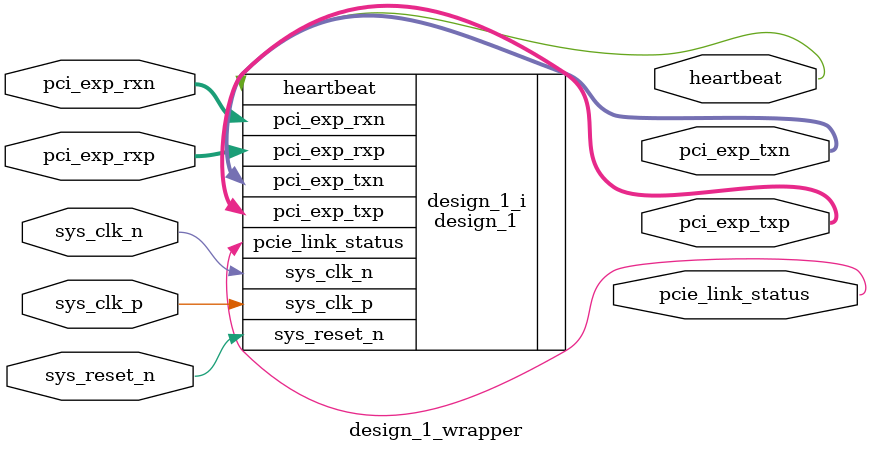
<source format=v>
`timescale 1 ps / 1 ps

module design_1_wrapper
   (heartbeat,
    pci_exp_rxn,
    pci_exp_rxp,
    pci_exp_txn,
    pci_exp_txp,
    pcie_link_status,
    sys_clk_n,
    sys_clk_p,
    sys_reset_n);
  output heartbeat;
  input [7:0]pci_exp_rxn;
  input [7:0]pci_exp_rxp;
  output [7:0]pci_exp_txn;
  output [7:0]pci_exp_txp;
  output pcie_link_status;
  input sys_clk_n;
  input sys_clk_p;
  input sys_reset_n;

  wire heartbeat;
  wire [7:0]pci_exp_rxn;
  wire [7:0]pci_exp_rxp;
  wire [7:0]pci_exp_txn;
  wire [7:0]pci_exp_txp;
  wire pcie_link_status;
  wire sys_clk_n;
  wire sys_clk_p;
  wire sys_reset_n;

  design_1 design_1_i
       (.heartbeat(heartbeat),
        .pci_exp_rxn(pci_exp_rxn),
        .pci_exp_rxp(pci_exp_rxp),
        .pci_exp_txn(pci_exp_txn),
        .pci_exp_txp(pci_exp_txp),
        .pcie_link_status(pcie_link_status),
        .sys_clk_n(sys_clk_n),
        .sys_clk_p(sys_clk_p),
        .sys_reset_n(sys_reset_n));
endmodule

</source>
